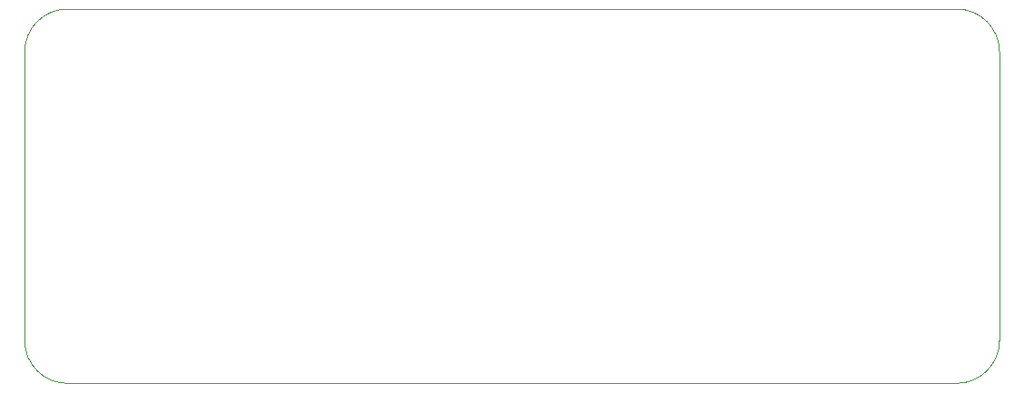
<source format=gbr>
%TF.GenerationSoftware,KiCad,Pcbnew,8.0.1*%
%TF.CreationDate,2024-04-29T22:00:12+02:00*%
%TF.ProjectId,ECU_proj,4543555f-7072-46f6-9a2e-6b696361645f,rev?*%
%TF.SameCoordinates,Original*%
%TF.FileFunction,Profile,NP*%
%FSLAX46Y46*%
G04 Gerber Fmt 4.6, Leading zero omitted, Abs format (unit mm)*
G04 Created by KiCad (PCBNEW 8.0.1) date 2024-04-29 22:00:12*
%MOMM*%
%LPD*%
G01*
G04 APERTURE LIST*
%TA.AperFunction,Profile*%
%ADD10C,0.050000*%
%TD*%
G04 APERTURE END LIST*
D10*
X190000000Y-86000000D02*
X190000000Y-59000000D01*
X99000000Y-59000000D02*
X99000000Y-86000000D01*
X99000000Y-59000000D02*
G75*
G02*
X103000000Y-55000000I4000000J0D01*
G01*
X190000000Y-86000000D02*
G75*
G02*
X186000000Y-90000000I-4000000J0D01*
G01*
X103000000Y-90000000D02*
G75*
G02*
X99000000Y-86000000I0J4000000D01*
G01*
X186000000Y-55000000D02*
G75*
G02*
X190000000Y-59000000I0J-4000000D01*
G01*
X186000000Y-55000000D02*
X103000000Y-55000000D01*
X103000000Y-90000000D02*
X186000000Y-90000000D01*
M02*

</source>
